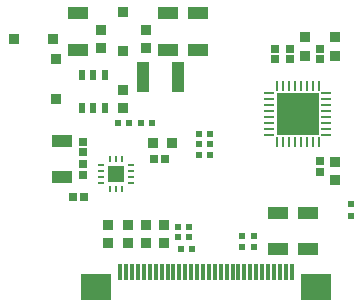
<source format=gbp>
G04 Layer_Color=128*
%FSLAX25Y25*%
%MOIN*%
G70*
G01*
G75*
%ADD15R,0.02165X0.01968*%
%ADD29R,0.02362X0.03543*%
%ADD30R,0.03347X0.03347*%
%ADD31R,0.10433X0.09055*%
%ADD32R,0.01181X0.05512*%
%ADD33R,0.01968X0.02165*%
%ADD34O,0.03347X0.00984*%
%ADD35O,0.00984X0.03347*%
%ADD36R,0.14173X0.14173*%
%ADD37O,0.00984X0.02559*%
%ADD38O,0.02559X0.00984*%
%ADD39R,0.05709X0.05709*%
%ADD40R,0.04331X0.10394*%
%ADD41R,0.06890X0.03937*%
%ADD42R,0.03740X0.03347*%
%ADD43R,0.02520X0.02520*%
%ADD44R,0.03347X0.03347*%
%ADD45R,0.02520X0.02520*%
%ADD46R,0.03347X0.03740*%
D15*
X236000Y157130D02*
D03*
Y160870D02*
D03*
X203500Y146630D02*
D03*
Y150370D02*
D03*
X199500Y146630D02*
D03*
Y150370D02*
D03*
D29*
X153740Y204110D02*
D03*
X150000D02*
D03*
X146260D02*
D03*
Y192890D02*
D03*
X150000D02*
D03*
X153740D02*
D03*
D30*
X123406Y216000D02*
D03*
X136594D02*
D03*
D31*
X224016Y133315D02*
D03*
X150984D02*
D03*
D32*
X216043Y138236D02*
D03*
X214075D02*
D03*
X210138D02*
D03*
X208169D02*
D03*
X206201D02*
D03*
X202264D02*
D03*
X200295D02*
D03*
X198327D02*
D03*
X194390D02*
D03*
X192421D02*
D03*
X190453D02*
D03*
X184547D02*
D03*
X182579D02*
D03*
X180610D02*
D03*
X176673D02*
D03*
X174705D02*
D03*
X172736D02*
D03*
X168799D02*
D03*
X166831D02*
D03*
X164862D02*
D03*
X160925D02*
D03*
X158957D02*
D03*
X212106D02*
D03*
X204232D02*
D03*
X196358D02*
D03*
X188484D02*
D03*
X186516D02*
D03*
X178642D02*
D03*
X170768D02*
D03*
X162894D02*
D03*
D33*
X178260Y150000D02*
D03*
X182000D02*
D03*
X162000Y188000D02*
D03*
X158260D02*
D03*
X169500D02*
D03*
X165760D02*
D03*
X188870Y184500D02*
D03*
X185130D02*
D03*
X188870Y181000D02*
D03*
X185130D02*
D03*
X188870Y177500D02*
D03*
X185130D02*
D03*
X178260Y153500D02*
D03*
X182000D02*
D03*
X179260Y146000D02*
D03*
X183000D02*
D03*
D34*
X227575Y197890D02*
D03*
Y195921D02*
D03*
Y193953D02*
D03*
Y191984D02*
D03*
Y190016D02*
D03*
Y188047D02*
D03*
Y186079D02*
D03*
Y184110D02*
D03*
X208677D02*
D03*
Y186079D02*
D03*
Y188047D02*
D03*
Y190016D02*
D03*
Y191984D02*
D03*
Y193953D02*
D03*
Y195921D02*
D03*
Y197890D02*
D03*
D35*
X225016Y181551D02*
D03*
X223047D02*
D03*
X221079D02*
D03*
X219110D02*
D03*
X217142D02*
D03*
X215173D02*
D03*
X213205D02*
D03*
X211236D02*
D03*
Y200449D02*
D03*
X213205D02*
D03*
X215173D02*
D03*
X217142D02*
D03*
X219110D02*
D03*
X221079D02*
D03*
X223047D02*
D03*
X225016D02*
D03*
D36*
X218126Y191000D02*
D03*
D37*
X155532Y176000D02*
D03*
X157500D02*
D03*
X159468D02*
D03*
Y166157D02*
D03*
X157500D02*
D03*
X155532D02*
D03*
D38*
X162421Y174031D02*
D03*
Y172063D02*
D03*
Y170095D02*
D03*
Y168126D02*
D03*
X152579D02*
D03*
Y170095D02*
D03*
Y172063D02*
D03*
Y174031D02*
D03*
D39*
X157500Y171079D02*
D03*
D40*
X178327Y203500D02*
D03*
X166673D02*
D03*
D41*
X211500Y158004D02*
D03*
Y145996D02*
D03*
X175000Y224504D02*
D03*
Y212496D02*
D03*
X185000Y224504D02*
D03*
Y212496D02*
D03*
X145000Y224504D02*
D03*
Y212496D02*
D03*
X139500Y182004D02*
D03*
Y169996D02*
D03*
X221500Y158004D02*
D03*
Y145996D02*
D03*
D42*
X161500Y154150D02*
D03*
Y147850D02*
D03*
X167500Y212850D02*
D03*
Y219150D02*
D03*
X152500Y212850D02*
D03*
Y219150D02*
D03*
X160000Y192850D02*
D03*
Y199150D02*
D03*
X230626Y210350D02*
D03*
Y216650D02*
D03*
X230500Y175150D02*
D03*
Y168850D02*
D03*
X220626Y210350D02*
D03*
Y216650D02*
D03*
X173500Y147850D02*
D03*
Y154150D02*
D03*
X167500Y147850D02*
D03*
Y154150D02*
D03*
X155000Y154150D02*
D03*
Y147850D02*
D03*
D43*
X215626Y209228D02*
D03*
Y212772D02*
D03*
X210626Y209228D02*
D03*
Y212772D02*
D03*
X146500Y181772D02*
D03*
Y178228D02*
D03*
Y170728D02*
D03*
Y174272D02*
D03*
X225626Y209228D02*
D03*
Y212772D02*
D03*
Y175272D02*
D03*
Y171728D02*
D03*
D44*
X160000Y225095D02*
D03*
Y211906D02*
D03*
X137500Y196000D02*
D03*
Y209189D02*
D03*
D45*
X146772Y163500D02*
D03*
X143228D02*
D03*
X170228Y176000D02*
D03*
X173772D02*
D03*
D46*
X169850Y181500D02*
D03*
X176150D02*
D03*
M02*

</source>
